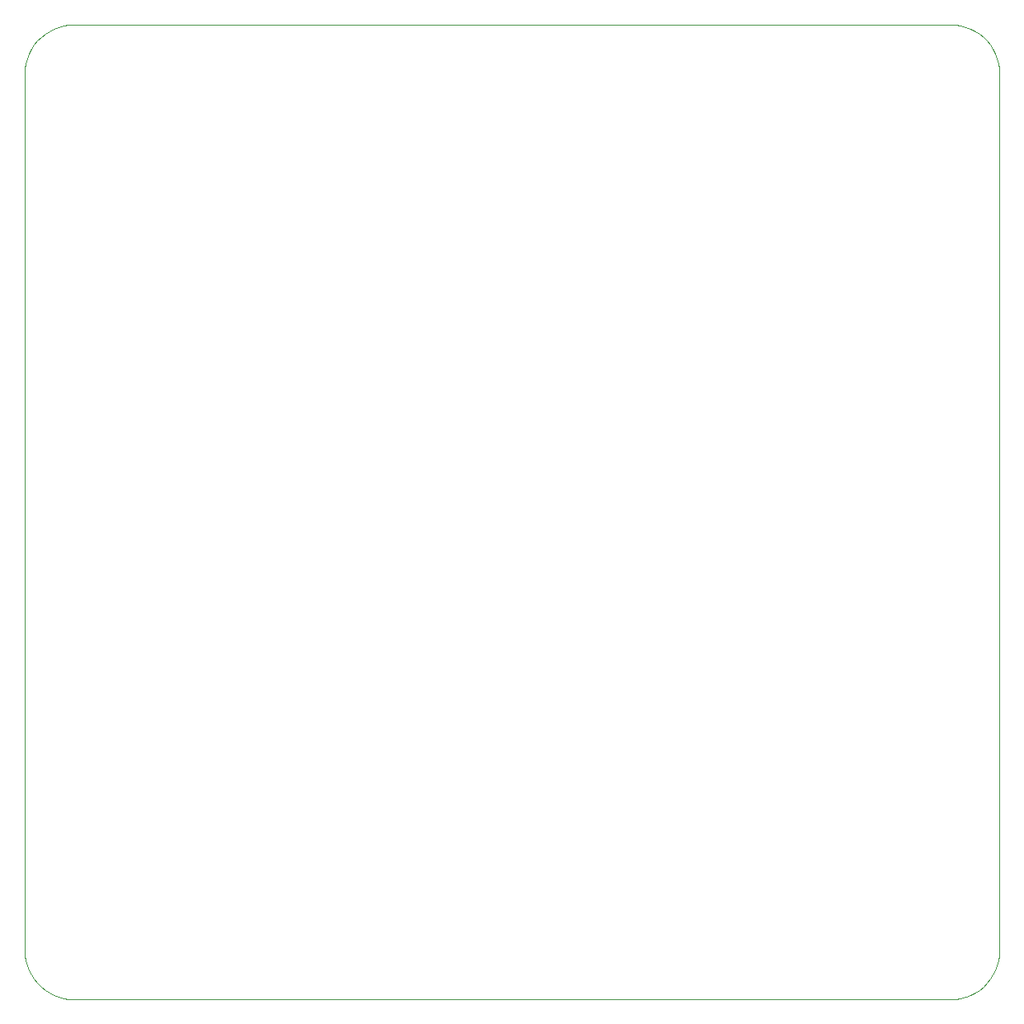
<source format=gbr>
G04 #@! TF.GenerationSoftware,KiCad,Pcbnew,5.1.5+dfsg1-2build2*
G04 #@! TF.CreationDate,2020-11-23T21:15:33+01:00*
G04 #@! TF.ProjectId,Logic_panel_v1,4c6f6769-635f-4706-916e-656c5f76312e,rev?*
G04 #@! TF.SameCoordinates,Original*
G04 #@! TF.FileFunction,Profile,NP*
%FSLAX46Y46*%
G04 Gerber Fmt 4.6, Leading zero omitted, Abs format (unit mm)*
G04 Created by KiCad (PCBNEW 5.1.5+dfsg1-2build2) date 2020-11-23 21:15:33*
%MOMM*%
%LPD*%
G04 APERTURE LIST*
G04 #@! TA.AperFunction,Profile*
%ADD10C,0.100000*%
G04 #@! TD*
G04 APERTURE END LIST*
D10*
X144993500Y-150001000D02*
X145522500Y-149973300D01*
X55000100Y-150000900D02*
X144993500Y-150001000D01*
X54477000Y-149973200D02*
X55000100Y-150000900D01*
X53960000Y-149891300D02*
X54477000Y-149973200D01*
X53454900Y-149756000D02*
X53960000Y-149891300D01*
X52966300Y-149568400D02*
X53454900Y-149756000D01*
X52499900Y-149330800D02*
X52966300Y-149568400D01*
X52060900Y-149045800D02*
X52499900Y-149330800D01*
X51654100Y-148716400D02*
X52060900Y-149045800D01*
X51292700Y-148355400D02*
X51654100Y-148716400D01*
X51275300Y-148336100D02*
X51292700Y-148355400D01*
X50954500Y-147939500D02*
X51275300Y-148336100D01*
X50676200Y-147511500D02*
X50954500Y-147939500D01*
X50663000Y-147488800D02*
X50676200Y-147511500D01*
X50437300Y-147045800D02*
X50663000Y-147488800D01*
X50426600Y-147021800D02*
X50437300Y-147045800D01*
X50244000Y-146545000D02*
X50426600Y-147021800D01*
X50108600Y-146039400D02*
X50244000Y-146545000D01*
X50026800Y-145522900D02*
X50108600Y-146039400D01*
X49999100Y-144999900D02*
X50026800Y-145522900D01*
X49999000Y-55006600D02*
X49999100Y-144999900D01*
X50026700Y-54477500D02*
X49999000Y-55006600D01*
X50108600Y-53960500D02*
X50026700Y-54477500D01*
X50244000Y-53454900D02*
X50108600Y-53960500D01*
X50431600Y-52966300D02*
X50244000Y-53454900D01*
X50669200Y-52499900D02*
X50431600Y-52966300D01*
X50954200Y-52060900D02*
X50669200Y-52499900D01*
X51283600Y-51654100D02*
X50954200Y-52060900D01*
X51644600Y-51292700D02*
X51283600Y-51654100D01*
X51663900Y-51275300D02*
X51644600Y-51292700D01*
X52060500Y-50954500D02*
X51663900Y-51275300D01*
X52488500Y-50676200D02*
X52060500Y-50954500D01*
X52511200Y-50663000D02*
X52488500Y-50676200D01*
X52954200Y-50437300D02*
X52511200Y-50663000D01*
X52978200Y-50426600D02*
X52954200Y-50437300D01*
X53455000Y-50244000D02*
X52978200Y-50426600D01*
X53960600Y-50108600D02*
X53455000Y-50244000D01*
X54477100Y-50026800D02*
X53960600Y-50108600D01*
X55000100Y-49999100D02*
X54477100Y-50026800D01*
X144993400Y-49999000D02*
X55000100Y-49999100D01*
X145522500Y-50026700D02*
X144993400Y-49999000D01*
X146039500Y-50108600D02*
X145522500Y-50026700D01*
X146545100Y-50244000D02*
X146039500Y-50108600D01*
X147033700Y-50431600D02*
X146545100Y-50244000D01*
X147500100Y-50669200D02*
X147033700Y-50431600D01*
X147939100Y-50954200D02*
X147500100Y-50669200D01*
X148345900Y-51283600D02*
X147939100Y-50954200D01*
X148707300Y-51644600D02*
X148345900Y-51283600D01*
X148724700Y-51663900D02*
X148707300Y-51644600D01*
X149045500Y-52060500D02*
X148724700Y-51663900D01*
X149323800Y-52488500D02*
X149045500Y-52060500D01*
X149337000Y-52511200D02*
X149323800Y-52488500D01*
X149562700Y-52954200D02*
X149337000Y-52511200D01*
X149573400Y-52978200D02*
X149562700Y-52954200D01*
X149756000Y-53455000D02*
X149573400Y-52978200D01*
X149891400Y-53960600D02*
X149756000Y-53455000D01*
X149973200Y-54477100D02*
X149891400Y-53960600D01*
X150000900Y-55000100D02*
X149973200Y-54477100D01*
X150000900Y-145000200D02*
X150000900Y-55000100D01*
X149973200Y-145523000D02*
X150000900Y-145000200D01*
X149891400Y-146039500D02*
X149973200Y-145523000D01*
X149756000Y-146545100D02*
X149891400Y-146039500D01*
X149573400Y-147021800D02*
X149756000Y-146545100D01*
X149562700Y-147045800D02*
X149573400Y-147021800D01*
X149337000Y-147488800D02*
X149562700Y-147045800D01*
X149323800Y-147511500D02*
X149337000Y-147488800D01*
X149045400Y-147939500D02*
X149323800Y-147511500D01*
X148716000Y-148346300D02*
X149045400Y-147939500D01*
X148346300Y-148716100D02*
X148716000Y-148346300D01*
X147939500Y-149045500D02*
X148346300Y-148716100D01*
X147500500Y-149330600D02*
X147939500Y-149045500D01*
X147045800Y-149562700D02*
X147500500Y-149330600D01*
X147021800Y-149573400D02*
X147045800Y-149562700D01*
X146557700Y-149751500D02*
X147021800Y-149573400D01*
X146532700Y-149759600D02*
X146557700Y-149751500D01*
X146039400Y-149891400D02*
X146532700Y-149759600D01*
X145522500Y-149973300D02*
X146039400Y-149891400D01*
M02*

</source>
